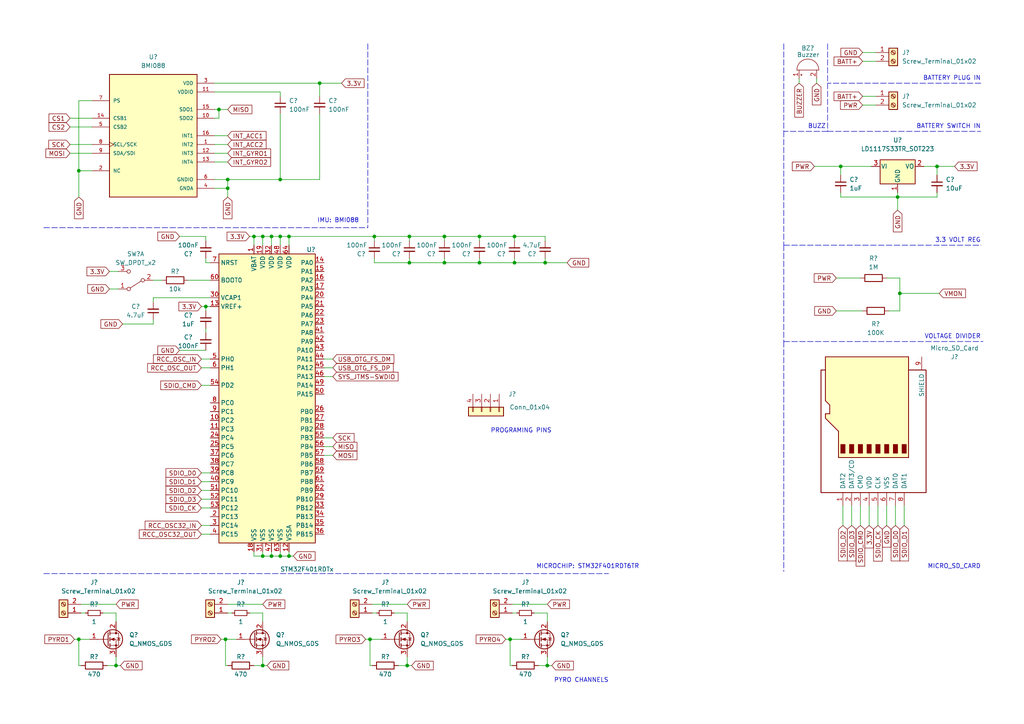
<source format=kicad_sch>
(kicad_sch (version 20211123) (generator eeschema)
  (paper "A4")
  (lib_symbols
    (symbol "BMI088:BMI088" (pin_names (offset 1.016))
      (property "Reference" "U" (at -12.7 18.415 0))
      (property "Value" "BMI088" (at -12.7 -20.32 0))
      (symbol "BMI088_0_0"
        (rectangle (start -12.7 -17.78) (end 12.7 17.78) (stroke (width 0.254)) (fill (type background)))
        (pin bidirectional line (at 17.78 -2.54 180) (length 5.08) (name "INT2") (number "1"))
        (pin output line (at 17.78 5.08 180) (length 5.08) (name "SDO2") (number "10"))
        (pin power_in line (at 17.78 12.7 180) (length 5.08) (name "VDDIO") (number "11"))
        (pin bidirectional line (at 17.78 -5.08 180) (length 5.08) (name "INT3") (number "12"))
        (pin bidirectional line (at 17.78 -7.62 180) (length 5.08) (name "INT4") (number "13"))
        (pin input line (at -17.78 5.08 0) (length 5.08) (name "CSB1") (number "14"))
        (pin output line (at 17.78 7.62 180) (length 5.08) (name "SDO1") (number "15"))
        (pin bidirectional line (at 17.78 0 180) (length 5.08) (name "INT1") (number "16"))
        (pin passive line (at -17.78 -10.16 0) (length 5.08) (name "NC") (number "2"))
        (pin power_in line (at 17.78 15.24 180) (length 5.08) (name "VDD") (number "3"))
        (pin power_in line (at 17.78 -15.24 180) (length 5.08) (name "GNDA") (number "4"))
        (pin input line (at -17.78 2.54 0) (length 5.08) (name "CSB2") (number "5"))
        (pin power_in line (at 17.78 -12.7 180) (length 5.08) (name "GNDIO") (number "6"))
        (pin input line (at -17.78 10.16 0) (length 5.08) (name "PS") (number "7"))
        (pin input clock (at -17.78 -2.54 0) (length 5.08) (name "SCL/SCK") (number "8"))
        (pin bidirectional line (at -17.78 -5.08 0) (length 5.08) (name "SDA/SDI") (number "9"))
      )
    )
    (symbol "Connector:Micro_SD_Card" (pin_names (offset 1.016))
      (property "Reference" "J" (at -16.51 15.24 0))
      (property "Value" "Micro_SD_Card" (at 16.51 15.24 0))
      (symbol "Micro_SD_Card_0_1"
        (rectangle (start -7.62 -9.525) (end -5.08 -10.795) (fill (type outline)))
        (rectangle (start -7.62 -6.985) (end -5.08 -8.255) (fill (type outline)))
        (rectangle (start -7.62 -4.445) (end -5.08 -5.715) (fill (type outline)))
        (rectangle (start -7.62 -1.905) (end -5.08 -3.175) (fill (type outline)))
        (rectangle (start -7.62 0.635) (end -5.08 -0.635) (fill (type outline)))
        (rectangle (start -7.62 3.175) (end -5.08 1.905) (fill (type outline)))
        (rectangle (start -7.62 5.715) (end -5.08 4.445) (fill (type outline)))
        (rectangle (start -7.62 8.255) (end -5.08 6.985) (fill (type outline)))
        (polyline (pts (xy 16.51 12.7) (xy 16.51 13.97) (xy -19.05 13.97) (xy -19.05 -16.51) (xy 16.51 -16.51) (xy 16.51 -11.43)) (stroke (width 0.254)))
        (polyline (pts (xy -8.89 -11.43) (xy -8.89 8.89) (xy -1.27 8.89) (xy 2.54 12.7) (xy 3.81 12.7) (xy 3.81 11.43) (xy 6.35 11.43) (xy 7.62 12.7) (xy 20.32 12.7) (xy 20.32 -11.43) (xy -8.89 -11.43)) (stroke (width 0.254)) (fill (type background)))
      )
      (symbol "Micro_SD_Card_1_1"
        (pin bidirectional line (at -22.86 7.62 0) (length 3.81) (name "DAT2") (number "1"))
        (pin bidirectional line (at -22.86 5.08 0) (length 3.81) (name "DAT3/CD") (number "2"))
        (pin input line (at -22.86 2.54 0) (length 3.81) (name "CMD") (number "3"))
        (pin power_in line (at -22.86 0 0) (length 3.81) (name "VDD") (number "4"))
        (pin input line (at -22.86 -2.54 0) (length 3.81) (name "CLK") (number "5"))
        (pin power_in line (at -22.86 -5.08 0) (length 3.81) (name "VSS") (number "6"))
        (pin bidirectional line (at -22.86 -7.62 0) (length 3.81) (name "DAT0") (number "7"))
        (pin bidirectional line (at -22.86 -10.16 0) (length 3.81) (name "DAT1") (number "8"))
        (pin passive line (at 20.32 -15.24 180) (length 3.81) (name "SHIELD") (number "9"))
      )
    )
    (symbol "Connector:Screw_Terminal_01x02" (pin_names (offset 1.016) hide)
      (property "Reference" "J" (at 0 2.54 0))
      (property "Value" "Screw_Terminal_01x02" (at 0 -5.08 0))
      (symbol "Screw_Terminal_01x02_1_1"
        (rectangle (start -1.27 1.27) (end 1.27 -3.81) (stroke (width 0.254)) (fill (type background)))
        (circle (center 0 -2.54) (radius 0.635) (stroke (width 0.1524)))
        (polyline (pts (xy -0.5334 -2.2098) (xy 0.3302 -3.048)) (stroke (width 0.1524)))
        (polyline (pts (xy -0.5334 0.3302) (xy 0.3302 -0.508)) (stroke (width 0.1524)))
        (polyline (pts (xy -0.3556 -2.032) (xy 0.508 -2.8702)) (stroke (width 0.1524)))
        (polyline (pts (xy -0.3556 0.508) (xy 0.508 -0.3302)) (stroke (width 0.1524)))
        (circle (center 0 0) (radius 0.635) (stroke (width 0.1524)))
        (pin passive line (at -5.08 0 0) (length 3.81) (name "Pin_1") (number "1"))
        (pin passive line (at -5.08 -2.54 0) (length 3.81) (name "Pin_2") (number "2"))
      )
    )
    (symbol "Connector_Generic:Conn_01x04" (pin_names (offset 1.016) hide)
      (property "Reference" "J" (at 0 5.08 0))
      (property "Value" "Conn_01x04" (at 0 -7.62 0))
      (symbol "Conn_01x04_1_1"
        (rectangle (start -1.27 -4.953) (end 0 -5.207) (stroke (width 0.1524)))
        (rectangle (start -1.27 -2.413) (end 0 -2.667) (stroke (width 0.1524)))
        (rectangle (start -1.27 0.127) (end 0 -0.127) (stroke (width 0.1524)))
        (rectangle (start -1.27 2.667) (end 0 2.413) (stroke (width 0.1524)))
        (rectangle (start -1.27 3.81) (end 1.27 -6.35) (stroke (width 0.254)) (fill (type background)))
        (pin passive line (at -5.08 2.54 0) (length 3.81) (name "Pin_1") (number "1"))
        (pin passive line (at -5.08 0 0) (length 3.81) (name "Pin_2") (number "2"))
        (pin passive line (at -5.08 -2.54 0) (length 3.81) (name "Pin_3") (number "3"))
        (pin passive line (at -5.08 -5.08 0) (length 3.81) (name "Pin_4") (number "4"))
      )
    )
    (symbol "Device:Buzzer" (pin_names (offset 0.0254) hide)
      (property "Reference" "BZ" (at 3.81 1.27 0))
      (property "Value" "Buzzer" (at 3.81 -1.27 0))
      (symbol "Buzzer_0_1"
        (arc (start 0 -3.175) (mid 3.175 0) (end 0 3.175))
        (polyline (pts (xy -1.651 1.905) (xy -1.143 1.905)))
        (polyline (pts (xy -1.397 2.159) (xy -1.397 1.651)))
        (polyline (pts (xy 0 3.175) (xy 0 -3.175)))
      )
      (symbol "Buzzer_1_1"
        (pin passive line (at -2.54 2.54 0) (length 2.54) (name "-") (number "1"))
        (pin passive line (at -2.54 -2.54 0) (length 2.54) (name "+") (number "2"))
      )
    )
    (symbol "Device:C_Small" (pin_numbers hide) (pin_names (offset 0.254) hide)
      (property "Reference" "C" (at 0.254 1.778 0))
      (property "Value" "C_Small" (at 0.254 -2.032 0))
      (symbol "C_Small_0_1"
        (polyline (pts (xy -1.524 -0.508) (xy 1.524 -0.508)) (stroke (width 0.3302)))
        (polyline (pts (xy -1.524 0.508) (xy 1.524 0.508)) (stroke (width 0.3048)))
      )
      (symbol "C_Small_1_1"
        (pin passive line (at 0 2.54 270) (length 2.032) (name "~") (number "1"))
        (pin passive line (at 0 -2.54 90) (length 2.032) (name "~") (number "2"))
      )
    )
    (symbol "Device:Q_NMOS_GDS" (pin_names (offset 0) hide)
      (property "Reference" "Q" (at 5.08 1.27 0))
      (property "Value" "Q_NMOS_GDS" (at 5.08 -1.27 0))
      (symbol "Q_NMOS_GDS_0_1"
        (polyline (pts (xy 0.254 0) (xy -2.54 0)))
        (polyline (pts (xy 0.254 1.905) (xy 0.254 -1.905)) (stroke (width 0.254)))
        (polyline (pts (xy 0.762 -1.27) (xy 0.762 -2.286)) (stroke (width 0.254)))
        (polyline (pts (xy 0.762 0.508) (xy 0.762 -0.508)) (stroke (width 0.254)))
        (polyline (pts (xy 0.762 2.286) (xy 0.762 1.27)) (stroke (width 0.254)))
        (polyline (pts (xy 2.54 2.54) (xy 2.54 1.778)))
        (polyline (pts (xy 2.54 -2.54) (xy 2.54 0) (xy 0.762 0)))
        (polyline (pts (xy 0.762 -1.778) (xy 3.302 -1.778) (xy 3.302 1.778) (xy 0.762 1.778)))
        (polyline (pts (xy 1.016 0) (xy 2.032 0.381) (xy 2.032 -0.381) (xy 1.016 0)) (fill (type outline)))
        (polyline (pts (xy 2.794 0.508) (xy 2.921 0.381) (xy 3.683 0.381) (xy 3.81 0.254)))
        (polyline (pts (xy 3.302 0.381) (xy 2.921 -0.254) (xy 3.683 -0.254) (xy 3.302 0.381)))
        (circle (center 1.651 0) (radius 2.794) (stroke (width 0.254)))
        (circle (center 2.54 -1.778) (radius 0.254) (fill (type outline)))
        (circle (center 2.54 1.778) (radius 0.254) (fill (type outline)))
      )
      (symbol "Q_NMOS_GDS_1_1"
        (pin input line (at -5.08 0 0) (length 2.54) (name "G") (number "1"))
        (pin passive line (at 2.54 5.08 270) (length 2.54) (name "D") (number "2"))
        (pin passive line (at 2.54 -5.08 90) (length 2.54) (name "S") (number "3"))
      )
    )
    (symbol "Device:R" (pin_numbers hide) (pin_names (offset 0))
      (property "Reference" "R" (at 2.032 0 90))
      (property "Value" "R" (at 0 0 90))
      (symbol "R_0_1"
        (rectangle (start -1.016 -2.54) (end 1.016 2.54) (stroke (width 0.254)))
      )
      (symbol "R_1_1"
        (pin passive line (at 0 3.81 270) (length 1.27) (name "~") (number "1"))
        (pin passive line (at 0 -3.81 90) (length 1.27) (name "~") (number "2"))
      )
    )
    (symbol "Device:R_Small" (pin_numbers hide) (pin_names (offset 0.254) hide)
      (property "Reference" "R" (at 0.762 0.508 0))
      (property "Value" "R_Small" (at 0.762 -1.016 0))
      (symbol "R_Small_0_1"
        (rectangle (start -0.762 1.778) (end 0.762 -1.778) (stroke (width 0.2032)))
      )
      (symbol "R_Small_1_1"
        (pin passive line (at 0 2.54 270) (length 0.762) (name "~") (number "1"))
        (pin passive line (at 0 -2.54 90) (length 0.762) (name "~") (number "2"))
      )
    )
    (symbol "MCU_ST_STM32F4:STM32F401RDTx"
      (property "Reference" "U" (at -15.24 41.91 0))
      (property "Value" "STM32F401RDTx" (at 7.62 41.91 0))
      (symbol "STM32F401RDTx_0_1"
        (rectangle (start -15.24 -43.18) (end 12.7 40.64) (stroke (width 0.254)) (fill (type background)))
      )
      (symbol "STM32F401RDTx_1_1"
        (pin power_in line (at -5.08 43.18 270) (length 2.54) (name "VBAT") (number "1"))
        (pin bidirectional line (at -17.78 -7.62 0) (length 2.54) (name "PC2") (number "10"))
        (pin bidirectional line (at -17.78 -10.16 0) (length 2.54) (name "PC3") (number "11"))
        (pin power_in line (at 5.08 -45.72 90) (length 2.54) (name "VSSA") (number "12"))
        (pin power_in line (at -17.78 25.4 0) (length 2.54) (name "VREF+") (number "13"))
        (pin bidirectional line (at 15.24 38.1 180) (length 2.54) (name "PA0") (number "14"))
        (pin bidirectional line (at 15.24 35.56 180) (length 2.54) (name "PA1") (number "15"))
        (pin bidirectional line (at 15.24 33.02 180) (length 2.54) (name "PA2") (number "16"))
        (pin bidirectional line (at 15.24 30.48 180) (length 2.54) (name "PA3") (number "17"))
        (pin power_in line (at -5.08 -45.72 90) (length 2.54) (name "VSS") (number "18"))
        (pin power_in line (at -2.54 43.18 270) (length 2.54) (name "VDD") (number "19"))
        (pin bidirectional line (at -17.78 -35.56 0) (length 2.54) (name "PC13") (number "2"))
        (pin bidirectional line (at 15.24 27.94 180) (length 2.54) (name "PA4") (number "20"))
        (pin bidirectional line (at 15.24 25.4 180) (length 2.54) (name "PA5") (number "21"))
        (pin bidirectional line (at 15.24 22.86 180) (length 2.54) (name "PA6") (number "22"))
        (pin bidirectional line (at 15.24 20.32 180) (length 2.54) (name "PA7") (number "23"))
        (pin bidirectional line (at -17.78 -12.7 0) (length 2.54) (name "PC4") (number "24"))
        (pin bidirectional line (at -17.78 -15.24 0) (length 2.54) (name "PC5") (number "25"))
        (pin bidirectional line (at 15.24 -5.08 180) (length 2.54) (name "PB0") (number "26"))
        (pin bidirectional line (at 15.24 -7.62 180) (length 2.54) (name "PB1") (number "27"))
        (pin bidirectional line (at 15.24 -10.16 180) (length 2.54) (name "PB2") (number "28"))
        (pin bidirectional line (at 15.24 -30.48 180) (length 2.54) (name "PB10") (number "29"))
        (pin bidirectional line (at -17.78 -38.1 0) (length 2.54) (name "PC14") (number "3"))
        (pin power_in line (at -17.78 27.94 0) (length 2.54) (name "VCAP1") (number "30"))
        (pin power_in line (at -2.54 -45.72 90) (length 2.54) (name "VSS") (number "31"))
        (pin power_in line (at 0 43.18 270) (length 2.54) (name "VDD") (number "32"))
        (pin bidirectional line (at 15.24 -33.02 180) (length 2.54) (name "PB12") (number "33"))
        (pin bidirectional line (at 15.24 -35.56 180) (length 2.54) (name "PB13") (number "34"))
        (pin bidirectional line (at 15.24 -38.1 180) (length 2.54) (name "PB14") (number "35"))
        (pin bidirectional line (at 15.24 -40.64 180) (length 2.54) (name "PB15") (number "36"))
        (pin bidirectional line (at -17.78 -17.78 0) (length 2.54) (name "PC6") (number "37"))
        (pin bidirectional line (at -17.78 -20.32 0) (length 2.54) (name "PC7") (number "38"))
        (pin bidirectional line (at -17.78 -22.86 0) (length 2.54) (name "PC8") (number "39"))
        (pin bidirectional line (at -17.78 -40.64 0) (length 2.54) (name "PC15") (number "4"))
        (pin bidirectional line (at -17.78 -25.4 0) (length 2.54) (name "PC9") (number "40"))
        (pin bidirectional line (at 15.24 17.78 180) (length 2.54) (name "PA8") (number "41"))
        (pin bidirectional line (at 15.24 15.24 180) (length 2.54) (name "PA9") (number "42"))
        (pin bidirectional line (at 15.24 12.7 180) (length 2.54) (name "PA10") (number "43"))
        (pin bidirectional line (at 15.24 10.16 180) (length 2.54) (name "PA11") (number "44"))
        (pin bidirectional line (at 15.24 7.62 180) (length 2.54) (name "PA12") (number "45"))
        (pin bidirectional line (at 15.24 5.08 180) (length 2.54) (name "PA13") (number "46"))
        (pin power_in line (at 0 -45.72 90) (length 2.54) (name "VSS") (number "47"))
        (pin power_in line (at 2.54 43.18 270) (length 2.54) (name "VDD") (number "48"))
        (pin bidirectional line (at 15.24 2.54 180) (length 2.54) (name "PA14") (number "49"))
        (pin input line (at -17.78 10.16 0) (length 2.54) (name "PH0") (number "5"))
        (pin bidirectional line (at 15.24 0 180) (length 2.54) (name "PA15") (number "50"))
        (pin bidirectional line (at -17.78 -27.94 0) (length 2.54) (name "PC10") (number "51"))
        (pin bidirectional line (at -17.78 -30.48 0) (length 2.54) (name "PC11") (number "52"))
        (pin bidirectional line (at -17.78 -33.02 0) (length 2.54) (name "PC12") (number "53"))
        (pin bidirectional line (at -17.78 2.54 0) (length 2.54) (name "PD2") (number "54"))
        (pin bidirectional line (at 15.24 -12.7 180) (length 2.54) (name "PB3") (number "55"))
        (pin bidirectional line (at 15.24 -15.24 180) (length 2.54) (name "PB4") (number "56"))
        (pin bidirectional line (at 15.24 -17.78 180) (length 2.54) (name "PB5") (number "57"))
        (pin bidirectional line (at 15.24 -20.32 180) (length 2.54) (name "PB6") (number "58"))
        (pin bidirectional line (at 15.24 -22.86 180) (length 2.54) (name "PB7") (number "59"))
        (pin input line (at -17.78 7.62 0) (length 2.54) (name "PH1") (number "6"))
        (pin input line (at -17.78 33.02 0) (length 2.54) (name "BOOT0") (number "60"))
        (pin bidirectional line (at 15.24 -25.4 180) (length 2.54) (name "PB8") (number "61"))
        (pin bidirectional line (at 15.24 -27.94 180) (length 2.54) (name "PB9") (number "62"))
        (pin power_in line (at 2.54 -45.72 90) (length 2.54) (name "VSS") (number "63"))
        (pin power_in line (at 5.08 43.18 270) (length 2.54) (name "VDD") (number "64"))
        (pin input line (at -17.78 38.1 0) (length 2.54) (name "NRST") (number "7"))
        (pin bidirectional line (at -17.78 -2.54 0) (length 2.54) (name "PC0") (number "8"))
        (pin bidirectional line (at -17.78 -5.08 0) (length 2.54) (name "PC1") (number "9"))
      )
    )
    (symbol "Regulator_Linear:LD1117S33TR_SOT223" (pin_names (offset 0.254))
      (property "Reference" "U" (at -3.81 3.175 0))
      (property "Value" "LD1117S33TR_SOT223" (at 0 3.175 0))
      (symbol "LD1117S33TR_SOT223_0_1"
        (rectangle (start -5.08 -5.08) (end 5.08 1.905) (stroke (width 0.254)) (fill (type background)))
      )
      (symbol "LD1117S33TR_SOT223_1_1"
        (pin power_in line (at 0 -7.62 90) (length 2.54) (name "GND") (number "1"))
        (pin power_out line (at 7.62 0 180) (length 2.54) (name "VO") (number "2"))
        (pin power_in line (at -7.62 0 0) (length 2.54) (name "VI") (number "3"))
      )
    )
    (symbol "Switch:SW_DPDT_x2" (pin_names (offset 0) hide)
      (property "Reference" "SW" (at 0 4.318 0))
      (property "Value" "SW_DPDT_x2" (at 0 -5.08 0))
      (symbol "SW_DPDT_x2_0_0"
        (circle (center -2.032 0) (radius 0.508))
        (circle (center 2.032 -2.54) (radius 0.508))
      )
      (symbol "SW_DPDT_x2_0_1"
        (polyline (pts (xy -1.524 0.254) (xy 1.651 2.286)))
        (circle (center 2.032 2.54) (radius 0.508))
      )
      (symbol "SW_DPDT_x2_1_1"
        (pin passive line (at 5.08 2.54 180) (length 2.54) (name "A") (number "1"))
        (pin passive line (at -5.08 0 0) (length 2.54) (name "B") (number "2"))
        (pin passive line (at 5.08 -2.54 180) (length 2.54) (name "C") (number "3"))
      )
      (symbol "SW_DPDT_x2_2_1"
        (pin passive line (at 5.08 2.54 180) (length 2.54) (name "A") (number "4"))
        (pin passive line (at -5.08 0 0) (length 2.54) (name "B") (number "5"))
        (pin passive line (at 5.08 -2.54 180) (length 2.54) (name "C") (number "6"))
      )
    )
  )
  (junction (at 128.905 68.58))
  (junction (at 92.71 24.13))
  (junction (at 271.78 48.26))
  (junction (at 59.69 88.9))
  (junction (at 66.04 54.61))
  (junction (at 139.065 76.2))
  (junction (at 73.66 68.58))
  (junction (at 22.86 49.53))
  (junction (at 83.82 68.58))
  (junction (at 81.28 161.29))
  (junction (at 147.955 185.42))
  (junction (at 158.115 76.2))
  (junction (at 76.2 193.04))
  (junction (at 76.2 68.58))
  (junction (at 76.2 161.29))
  (junction (at 260.985 85.09))
  (junction (at 78.74 68.58))
  (junction (at 83.82 161.29))
  (junction (at 81.28 52.07))
  (junction (at 158.75 193.04))
  (junction (at 33.655 193.04))
  (junction (at 118.745 68.58))
  (junction (at 108.585 68.58))
  (junction (at 65.405 185.42))
  (junction (at 149.225 76.2))
  (junction (at 118.745 76.2))
  (junction (at 149.225 68.58))
  (junction (at 128.905 76.2))
  (junction (at 260.35 57.15))
  (junction (at 139.065 68.58))
  (junction (at 243.84 48.26))
  (junction (at 107.315 185.42))
  (junction (at 63.5 31.75))
  (junction (at 78.74 161.29))
  (junction (at 22.86 185.42))
  (junction (at 118.11 193.04))
  (junction (at 66.04 52.07))
  (junction (at 81.28 68.58))
  (wire (pts (xy 128.905 74.93) (xy 128.905 76.2)))
  (wire (pts (xy 66.04 177.8) (xy 67.31 177.8)))
  (wire (pts (xy 148.59 175.26) (xy 158.75 175.26)))
  (wire (pts (xy 148.59 177.8) (xy 149.86 177.8)))
  (wire (pts (xy 118.11 177.8) (xy 118.11 180.34)))
  (wire (pts (xy 44.45 92.71) (xy 44.45 93.98)))
  (wire (pts (xy 107.315 185.42) (xy 107.315 193.04)))
  (wire (pts (xy 58.42 152.4) (xy 60.96 152.4)))
  (wire (pts (xy 60.96 86.36) (xy 44.45 86.36)))
  (wire (pts (xy 236.22 48.26) (xy 243.84 48.26)))
  (polyline (pts (xy 12.7 66.04) (xy 106.68 66.04)))
  (wire (pts (xy 63.5 31.75) (xy 66.04 31.75)))
  (wire (pts (xy 81.28 68.58) (xy 78.74 68.58)))
  (wire (pts (xy 23.495 193.04) (xy 22.86 193.04)))
  (wire (pts (xy 107.315 185.42) (xy 110.49 185.42)))
  (wire (pts (xy 118.11 190.5) (xy 118.11 193.04)))
  (polyline (pts (xy 284.48 24.13) (xy 240.03 24.13)))
  (wire (pts (xy 115.57 193.04) (xy 118.11 193.04)))
  (wire (pts (xy 81.28 33.02) (xy 81.28 52.07)))
  (wire (pts (xy 260.985 80.645) (xy 260.985 85.09)))
  (wire (pts (xy 128.905 68.58) (xy 139.065 68.58)))
  (wire (pts (xy 158.115 76.2) (xy 164.465 76.2)))
  (wire (pts (xy 93.98 109.22) (xy 96.52 109.22)))
  (wire (pts (xy 243.84 57.15) (xy 260.35 57.15)))
  (wire (pts (xy 108.585 74.93) (xy 108.585 76.2)))
  (wire (pts (xy 62.23 34.29) (xy 63.5 34.29)))
  (wire (pts (xy 59.69 76.2) (xy 60.96 76.2)))
  (wire (pts (xy 262.255 152.4) (xy 262.255 146.685)))
  (wire (pts (xy 23.495 175.26) (xy 33.655 175.26)))
  (wire (pts (xy 62.23 31.75) (xy 63.5 31.75)))
  (wire (pts (xy 65.405 185.42) (xy 65.405 193.04)))
  (wire (pts (xy 59.69 90.17) (xy 59.69 88.9)))
  (wire (pts (xy 20.32 34.29) (xy 26.67 34.29)))
  (wire (pts (xy 231.775 22.86) (xy 231.775 24.13)))
  (wire (pts (xy 66.04 175.26) (xy 76.2 175.26)))
  (wire (pts (xy 26.67 49.53) (xy 22.86 49.53)))
  (wire (pts (xy 108.585 68.58) (xy 118.745 68.58)))
  (wire (pts (xy 128.905 68.58) (xy 128.905 69.85)))
  (wire (pts (xy 66.04 52.07) (xy 66.04 54.61)))
  (wire (pts (xy 139.065 68.58) (xy 139.065 69.85)))
  (wire (pts (xy 259.715 152.4) (xy 259.715 146.685)))
  (wire (pts (xy 244.475 152.4) (xy 244.475 146.685)))
  (wire (pts (xy 33.655 193.04) (xy 34.925 193.04)))
  (wire (pts (xy 62.23 46.99) (xy 66.04 46.99)))
  (wire (pts (xy 247.015 152.4) (xy 247.015 146.685)))
  (wire (pts (xy 158.75 193.04) (xy 160.02 193.04)))
  (wire (pts (xy 64.135 185.42) (xy 65.405 185.42)))
  (wire (pts (xy 93.98 132.08) (xy 96.52 132.08)))
  (polyline (pts (xy 227.33 38.1) (xy 227.33 71.12)))
  (wire (pts (xy 242.57 90.17) (xy 250.19 90.17)))
  (wire (pts (xy 62.23 54.61) (xy 66.04 54.61)))
  (wire (pts (xy 65.405 185.42) (xy 68.58 185.42)))
  (polyline (pts (xy 240.03 38.1) (xy 284.48 38.1)))
  (wire (pts (xy 107.95 193.04) (xy 107.315 193.04)))
  (polyline (pts (xy 227.33 99.06) (xy 285.115 99.06)))
  (wire (pts (xy 76.2 160.02) (xy 76.2 161.29)))
  (wire (pts (xy 78.74 71.12) (xy 78.74 68.58)))
  (wire (pts (xy 58.42 104.14) (xy 60.96 104.14)))
  (wire (pts (xy 66.04 54.61) (xy 66.04 57.15)))
  (wire (pts (xy 81.28 161.29) (xy 83.82 161.29)))
  (wire (pts (xy 21.59 185.42) (xy 22.86 185.42)))
  (wire (pts (xy 158.115 69.85) (xy 158.115 68.58)))
  (polyline (pts (xy 227.33 71.12) (xy 284.48 71.12)))
  (wire (pts (xy 76.2 190.5) (xy 76.2 193.04)))
  (wire (pts (xy 93.98 127) (xy 96.52 127)))
  (wire (pts (xy 22.86 185.42) (xy 22.86 193.04)))
  (wire (pts (xy 260.985 90.17) (xy 260.985 85.09)))
  (wire (pts (xy 118.745 76.2) (xy 128.905 76.2)))
  (wire (pts (xy 31.75 83.82) (xy 34.29 83.82)))
  (wire (pts (xy 58.42 154.94) (xy 60.96 154.94)))
  (wire (pts (xy 23.495 177.8) (xy 24.765 177.8)))
  (wire (pts (xy 242.57 80.645) (xy 249.555 80.645)))
  (wire (pts (xy 73.66 161.29) (xy 76.2 161.29)))
  (wire (pts (xy 58.42 106.68) (xy 60.96 106.68)))
  (wire (pts (xy 20.32 44.45) (xy 26.67 44.45)))
  (wire (pts (xy 20.32 36.83) (xy 26.67 36.83)))
  (wire (pts (xy 31.75 78.74) (xy 34.29 78.74)))
  (wire (pts (xy 118.745 74.93) (xy 118.745 76.2)))
  (wire (pts (xy 59.69 88.9) (xy 60.96 88.9)))
  (wire (pts (xy 250.19 27.94) (xy 254 27.94)))
  (wire (pts (xy 76.2 161.29) (xy 78.74 161.29)))
  (wire (pts (xy 52.07 101.6) (xy 59.69 101.6)))
  (wire (pts (xy 139.065 74.93) (xy 139.065 76.2)))
  (wire (pts (xy 271.78 48.26) (xy 271.78 50.8)))
  (wire (pts (xy 92.71 52.07) (xy 92.71 33.02)))
  (wire (pts (xy 31.115 193.04) (xy 33.655 193.04)))
  (wire (pts (xy 62.23 24.13) (xy 92.71 24.13)))
  (wire (pts (xy 29.845 177.8) (xy 33.655 177.8)))
  (wire (pts (xy 83.82 71.12) (xy 83.82 68.58)))
  (wire (pts (xy 107.95 175.26) (xy 118.11 175.26)))
  (polyline (pts (xy 240.03 38.1) (xy 227.33 38.1)))
  (wire (pts (xy 93.98 106.68) (xy 96.52 106.68)))
  (wire (pts (xy 236.855 22.86) (xy 236.855 24.13)))
  (wire (pts (xy 243.84 48.26) (xy 243.84 50.8)))
  (wire (pts (xy 78.74 160.02) (xy 78.74 161.29)))
  (wire (pts (xy 139.065 76.2) (xy 149.225 76.2)))
  (wire (pts (xy 66.04 193.04) (xy 65.405 193.04)))
  (wire (pts (xy 148.59 193.04) (xy 147.955 193.04)))
  (wire (pts (xy 22.86 29.21) (xy 22.86 49.53)))
  (wire (pts (xy 62.23 52.07) (xy 66.04 52.07)))
  (wire (pts (xy 58.42 137.16) (xy 60.96 137.16)))
  (wire (pts (xy 271.78 48.26) (xy 276.86 48.26)))
  (wire (pts (xy 62.23 26.67) (xy 81.28 26.67)))
  (wire (pts (xy 22.86 49.53) (xy 22.86 57.15)))
  (polyline (pts (xy 106.68 166.37) (xy 176.53 166.37)))
  (wire (pts (xy 149.225 69.85) (xy 149.225 68.58)))
  (wire (pts (xy 149.225 76.2) (xy 158.115 76.2)))
  (wire (pts (xy 52.07 68.58) (xy 59.69 68.58)))
  (wire (pts (xy 158.75 177.8) (xy 158.75 180.34)))
  (wire (pts (xy 158.75 190.5) (xy 158.75 193.04)))
  (wire (pts (xy 76.2 177.8) (xy 76.2 180.34)))
  (wire (pts (xy 158.115 68.58) (xy 149.225 68.58)))
  (wire (pts (xy 271.78 55.88) (xy 271.78 57.15)))
  (wire (pts (xy 81.28 160.02) (xy 81.28 161.29)))
  (wire (pts (xy 118.745 68.58) (xy 128.905 68.58)))
  (polyline (pts (xy 227.33 71.12) (xy 227.33 99.06)))
  (wire (pts (xy 147.955 185.42) (xy 147.955 193.04)))
  (wire (pts (xy 76.2 71.12) (xy 76.2 68.58)))
  (wire (pts (xy 76.2 68.58) (xy 73.66 68.58)))
  (wire (pts (xy 58.42 147.32) (xy 60.96 147.32)))
  (wire (pts (xy 243.84 48.26) (xy 252.73 48.26)))
  (wire (pts (xy 73.66 68.58) (xy 73.66 71.12)))
  (wire (pts (xy 83.82 161.29) (xy 85.09 161.29)))
  (wire (pts (xy 250.19 30.48) (xy 254 30.48)))
  (wire (pts (xy 81.28 52.07) (xy 92.71 52.07)))
  (wire (pts (xy 108.585 68.58) (xy 108.585 69.85)))
  (wire (pts (xy 63.5 34.29) (xy 63.5 31.75)))
  (wire (pts (xy 260.35 57.15) (xy 271.78 57.15)))
  (wire (pts (xy 252.095 152.4) (xy 252.095 146.685)))
  (wire (pts (xy 250.19 15.24) (xy 254 15.24)))
  (wire (pts (xy 158.115 74.93) (xy 158.115 76.2)))
  (wire (pts (xy 59.69 96.52) (xy 59.69 95.25)))
  (wire (pts (xy 260.35 57.15) (xy 260.35 60.96)))
  (wire (pts (xy 59.69 68.58) (xy 59.69 69.85)))
  (wire (pts (xy 20.32 41.91) (xy 26.67 41.91)))
  (wire (pts (xy 267.97 48.26) (xy 271.78 48.26)))
  (wire (pts (xy 254.635 152.4) (xy 254.635 146.685)))
  (wire (pts (xy 78.74 161.29) (xy 81.28 161.29)))
  (wire (pts (xy 76.2 193.04) (xy 77.47 193.04)))
  (wire (pts (xy 147.955 185.42) (xy 151.13 185.42)))
  (wire (pts (xy 257.175 80.645) (xy 260.985 80.645)))
  (wire (pts (xy 139.065 68.58) (xy 149.225 68.58)))
  (wire (pts (xy 81.28 71.12) (xy 81.28 68.58)))
  (wire (pts (xy 154.94 177.8) (xy 158.75 177.8)))
  (wire (pts (xy 72.39 68.58) (xy 73.66 68.58)))
  (wire (pts (xy 249.555 152.4) (xy 249.555 146.685)))
  (polyline (pts (xy 12.7 166.37) (xy 106.68 166.37)))
  (wire (pts (xy 26.67 29.21) (xy 22.86 29.21)))
  (wire (pts (xy 92.71 24.13) (xy 92.71 27.94)))
  (wire (pts (xy 108.585 76.2) (xy 118.745 76.2)))
  (wire (pts (xy 59.69 74.93) (xy 59.69 76.2)))
  (wire (pts (xy 73.66 193.04) (xy 76.2 193.04)))
  (wire (pts (xy 114.3 177.8) (xy 118.11 177.8)))
  (wire (pts (xy 250.19 17.78) (xy 254 17.78)))
  (wire (pts (xy 54.61 81.28) (xy 60.96 81.28)))
  (polyline (pts (xy 227.33 12.7) (xy 227.33 38.1)))
  (wire (pts (xy 106.045 185.42) (xy 107.315 185.42)))
  (wire (pts (xy 62.23 44.45) (xy 66.04 44.45)))
  (wire (pts (xy 35.56 93.98) (xy 44.45 93.98)))
  (wire (pts (xy 33.655 190.5) (xy 33.655 193.04)))
  (wire (pts (xy 93.98 129.54) (xy 96.52 129.54)))
  (wire (pts (xy 118.11 193.04) (xy 119.38 193.04)))
  (wire (pts (xy 33.655 177.8) (xy 33.655 180.34)))
  (wire (pts (xy 107.95 177.8) (xy 109.22 177.8)))
  (polyline (pts (xy 106.68 12.7) (xy 106.68 66.04)))
  (wire (pts (xy 81.28 27.94) (xy 81.28 26.67)))
  (wire (pts (xy 22.86 185.42) (xy 26.035 185.42)))
  (wire (pts (xy 83.82 68.58) (xy 81.28 68.58)))
  (wire (pts (xy 146.685 185.42) (xy 147.955 185.42)))
  (wire (pts (xy 66.04 52.07) (xy 81.28 52.07)))
  (wire (pts (xy 78.74 68.58) (xy 76.2 68.58)))
  (wire (pts (xy 93.98 104.14) (xy 96.52 104.14)))
  (wire (pts (xy 62.23 41.91) (xy 66.04 41.91)))
  (wire (pts (xy 72.39 177.8) (xy 76.2 177.8)))
  (wire (pts (xy 58.42 142.24) (xy 60.96 142.24)))
  (wire (pts (xy 257.175 152.4) (xy 257.175 146.685)))
  (wire (pts (xy 62.23 39.37) (xy 66.04 39.37)))
  (polyline (pts (xy 240.03 12.7) (xy 240.03 38.1)))
  (wire (pts (xy 260.35 55.88) (xy 260.35 57.15)))
  (wire (pts (xy 128.905 76.2) (xy 139.065 76.2)))
  (wire (pts (xy 58.42 139.7) (xy 60.96 139.7)))
  (wire (pts (xy 260.985 85.09) (xy 272.415 85.09)))
  (wire (pts (xy 118.745 68.58) (xy 118.745 69.85)))
  (wire (pts (xy 83.82 160.02) (xy 83.82 161.29)))
  (wire (pts (xy 92.71 24.13) (xy 99.06 24.13)))
  (wire (pts (xy 44.45 81.28) (xy 46.99 81.28)))
  (wire (pts (xy 58.42 88.9) (xy 59.69 88.9)))
  (wire (pts (xy 83.82 68.58) (xy 108.585 68.58)))
  (polyline (pts (xy 227.33 99.06) (xy 227.33 165.735)))
  (wire (pts (xy 149.225 74.93) (xy 149.225 76.2)))
  (wire (pts (xy 58.42 111.76) (xy 60.96 111.76)))
  (wire (pts (xy 156.21 193.04) (xy 158.75 193.04)))
  (wire (pts (xy 73.66 160.02) (xy 73.66 161.29)))
  (wire (pts (xy 243.84 55.88) (xy 243.84 57.15)))
  (wire (pts (xy 58.42 144.78) (xy 60.96 144.78)))
  (wire (pts (xy 257.81 90.17) (xy 260.985 90.17)))
  (wire (pts (xy 44.45 86.36) (xy 44.45 87.63)))
  (text "IMU: BMI088" (at 104.14 64.77 180) (effects (font (size 1.27 1.27)) (justify right bottom)))
  (text "3.3 VOLT REG" (at 284.48 70.485 180) (effects (font (size 1.27 1.27)) (justify right bottom)))
  (text "PROGRAMING PINS" (at 160.02 125.73 180) (effects (font (size 1.27 1.27)) (justify right bottom)))
  (text "MICRO_SD_CARD" (at 284.48 165.1 180) (effects (font (size 1.27 1.27)) (justify right bottom)))
  (text "MICROCHIP: STM32F401RDT6TR" (at 185.42 165.1 180) (effects (font (size 1.27 1.27)) (justify right bottom)))
  (text "VOLTAGE DIVIDER" (at 284.48 98.425 180) (effects (font (size 1.27 1.27)) (justify right bottom)))
  (text "BATTERY PLUG IN" (at 284.48 23.495 180) (effects (font (size 1.27 1.27)) (justify right bottom)))
  (text "BUZZ" (at 234.315 37.465 0) (effects (font (size 1.27 1.27)) (justify left bottom)))
  (text "PYRO CHANNELS" (at 176.53 198.12 180) (effects (font (size 1.27 1.27)) (justify right bottom)))
  (text "BATTERY SWITCH IN" (at 284.48 37.465 180) (effects (font (size 1.27 1.27)) (justify right bottom)))
  (global_label "INT_ACC1" (shape input) (at 66.04 39.37 0) (property "Intersheet References" "${INTERSHEET_REFS}" (effects hide)))
  (global_label "INT_GYRO1" (shape input) (at 66.04 44.45 0) (property "Intersheet References" "${INTERSHEET_REFS}" (effects hide)))
  (global_label "3.3V" (shape input) (at 252.095 152.4 270) (property "Intersheet References" "${INTERSHEET_REFS}" (effects hide)))
  (global_label "INT_GYRO2" (shape input) (at 66.04 46.99 0) (property "Intersheet References" "${INTERSHEET_REFS}" (effects hide)))
  (global_label "SDIO_D1" (shape input) (at 262.255 152.4 270) (property "Intersheet References" "${INTERSHEET_REFS}" (effects hide)))
  (global_label "GND" (shape input) (at 66.04 57.15 270) (property "Intersheet References" "${INTERSHEET_REFS}" (effects hide)))
  (global_label "PWR" (shape input) (at 76.2 175.26 0) (property "Intersheet References" "${INTERSHEET_REFS}" (effects hide)))
  (global_label "MOSI" (shape input) (at 96.52 132.08 0) (property "Intersheet References" "${INTERSHEET_REFS}" (effects hide)))
  (global_label "GND" (shape input) (at 242.57 90.17 180) (property "Intersheet References" "${INTERSHEET_REFS}" (effects hide)))
  (global_label "SDIO_D1" (shape input) (at 58.42 139.7 180) (property "Intersheet References" "${INTERSHEET_REFS}" (effects hide)))
  (global_label "CS1" (shape input) (at 20.32 34.29 180) (property "Intersheet References" "${INTERSHEET_REFS}" (effects hide)))
  (global_label "GND" (shape input) (at 119.38 193.04 0) (property "Intersheet References" "${INTERSHEET_REFS}" (effects hide)))
  (global_label "GND" (shape input) (at 164.465 76.2 0) (property "Intersheet References" "${INTERSHEET_REFS}" (effects hide)))
  (global_label "PYRO1" (shape input) (at 21.59 185.42 180) (property "Intersheet References" "${INTERSHEET_REFS}" (effects hide)))
  (global_label "GND" (shape input) (at 34.925 193.04 0) (property "Intersheet References" "${INTERSHEET_REFS}" (effects hide)))
  (global_label "USB_OTG_FS_DM" (shape input) (at 96.52 104.14 0) (property "Intersheet References" "${INTERSHEET_REFS}" (effects hide)))
  (global_label "SDIO_D2" (shape input) (at 244.475 152.4 270) (property "Intersheet References" "${INTERSHEET_REFS}" (effects hide)))
  (global_label "GND" (shape input) (at 257.175 152.4 270) (property "Intersheet References" "${INTERSHEET_REFS}" (effects hide)))
  (global_label "PWR" (shape input) (at 242.57 80.645 180) (property "Intersheet References" "${INTERSHEET_REFS}" (effects hide)))
  (global_label "GND" (shape input) (at 250.19 15.24 180) (property "Intersheet References" "${INTERSHEET_REFS}" (effects hide)))
  (global_label "RCC_OSC32_IN" (shape input) (at 58.42 152.4 180) (property "Intersheet References" "${INTERSHEET_REFS}" (effects hide)))
  (global_label "PWR" (shape input) (at 250.19 30.48 180) (property "Intersheet References" "${INTERSHEET_REFS}" (effects hide)))
  (global_label "GND" (shape input) (at 77.47 193.04 0) (property "Intersheet References" "${INTERSHEET_REFS}" (effects hide)))
  (global_label "SCK" (shape input) (at 96.52 127 0) (property "Intersheet References" "${INTERSHEET_REFS}" (effects hide)))
  (global_label "PWR" (shape input) (at 118.11 175.26 0) (property "Intersheet References" "${INTERSHEET_REFS}" (effects hide)))
  (global_label "BUZZER" (shape input) (at 231.775 24.13 270) (property "Intersheet References" "${INTERSHEET_REFS}" (effects hide)))
  (global_label "PWR" (shape input) (at 236.22 48.26 180) (property "Intersheet References" "${INTERSHEET_REFS}" (effects hide)))
  (global_label "SDIO_CMD" (shape input) (at 249.555 152.4 270) (property "Intersheet References" "${INTERSHEET_REFS}" (effects hide)))
  (global_label "PWR" (shape input) (at 158.75 175.26 0) (property "Intersheet References" "${INTERSHEET_REFS}" (effects hide)))
  (global_label "3.3V" (shape input) (at 31.75 78.74 180) (property "Intersheet References" "${INTERSHEET_REFS}" (effects hide)))
  (global_label "PWR" (shape input) (at 33.655 175.26 0) (property "Intersheet References" "${INTERSHEET_REFS}" (effects hide)))
  (global_label "3.3V" (shape input) (at 99.06 24.13 0) (property "Intersheet References" "${INTERSHEET_REFS}" (effects hide)))
  (global_label "SDIO_D2" (shape input) (at 58.42 142.24 180) (property "Intersheet References" "${INTERSHEET_REFS}" (effects hide)))
  (global_label "VMON" (shape input) (at 272.415 85.09 0) (property "Intersheet References" "${INTERSHEET_REFS}" (effects hide)))
  (global_label "USB_OTG_FS_DP" (shape input) (at 96.52 106.68 0) (property "Intersheet References" "${INTERSHEET_REFS}" (effects hide)))
  (global_label "MOSI" (shape input) (at 20.32 44.45 180) (property "Intersheet References" "${INTERSHEET_REFS}" (effects hide)))
  (global_label "SYS_JTMS-SWDIO" (shape input) (at 96.52 109.22 0) (property "Intersheet References" "${INTERSHEET_REFS}" (effects hide)))
  (global_label "3.3V" (shape input) (at 58.42 88.9 180) (property "Intersheet References" "${INTERSHEET_REFS}" (effects hide)))
  (global_label "SDIO_CK" (shape input) (at 58.42 147.32 180) (property "Intersheet References" "${INTERSHEET_REFS}" (effects hide)))
  (global_label "GND" (shape input) (at 35.56 93.98 180) (property "Intersheet References" "${INTERSHEET_REFS}" (effects hide)))
  (global_label "INT_ACC2" (shape input) (at 66.04 41.91 0) (property "Intersheet References" "${INTERSHEET_REFS}" (effects hide)))
  (global_label "GND" (shape input) (at 236.855 24.13 270) (property "Intersheet References" "${INTERSHEET_REFS}" (effects hide)))
  (global_label "GND" (shape input) (at 52.07 101.6 180) (property "Intersheet References" "${INTERSHEET_REFS}" (effects hide)))
  (global_label "GND" (shape input) (at 160.02 193.04 0) (property "Intersheet References" "${INTERSHEET_REFS}" (effects hide)))
  (global_label "3.3V" (shape input) (at 276.86 48.26 0) (property "Intersheet References" "${INTERSHEET_REFS}" (effects hide)))
  (global_label "SDIO_D0" (shape input) (at 58.42 137.16 180) (property "Intersheet References" "${INTERSHEET_REFS}" (effects hide)))
  (global_label "BATT+" (shape input) (at 250.19 27.94 180) (property "Intersheet References" "${INTERSHEET_REFS}" (effects hide)))
  (global_label "SDIO_D3" (shape input) (at 247.015 152.4 270) (property "Intersheet References" "${INTERSHEET_REFS}" (effects hide)))
  (global_label "SDIO_D0" (shape input) (at 259.715 152.4 270) (property "Intersheet References" "${INTERSHEET_REFS}" (effects hide)))
  (global_label "GND" (shape input) (at 31.75 83.82 180) (property "Intersheet References" "${INTERSHEET_REFS}" (effects hide)))
  (global_label "GND" (shape input) (at 85.09 161.29 0) (property "Intersheet References" "${INTERSHEET_REFS}" (effects hide)))
  (global_label "CS2" (shape input) (at 20.32 36.83 180) (property "Intersheet References" "${INTERSHEET_REFS}" (effects hide)))
  (global_label "PYRO2" (shape input) (at 64.135 185.42 180) (property "Intersheet References" "${INTERSHEET_REFS}" (effects hide)))
  (global_label "SDIO_CK" (shape input) (at 254.635 152.4 270) (property "Intersheet References" "${INTERSHEET_REFS}" (effects hide)))
  (global_label "SCK" (shape input) (at 20.32 41.91 180) (property "Intersheet References" "${INTERSHEET_REFS}" (effects hide)))
  (global_label "RCC_OSC_OUT" (shape input) (at 58.42 106.68 180) (property "Intersheet References" "${INTERSHEET_REFS}" (effects hide)))
  (global_label "GND" (shape input) (at 52.07 68.58 180) (property "Intersheet References" "${INTERSHEET_REFS}" (effects hide)))
  (global_label "PYRO3" (shape input) (at 106.045 185.42 180) (property "Intersheet References" "${INTERSHEET_REFS}" (effects hide)))
  (global_label "SDIO_CMD" (shape input) (at 58.42 111.76 180) (property "Intersheet References" "${INTERSHEET_REFS}" (effects hide)))
  (global_label "GND" (shape input) (at 22.86 57.15 270) (property "Intersheet References" "${INTERSHEET_REFS}" (effects hide)))
  (global_label "MISO" (shape input) (at 96.52 129.54 0) (property "Intersheet References" "${INTERSHEET_REFS}" (effects hide)))
  (global_label "BATT+" (shape input) (at 250.19 17.78 180) (property "Intersheet References" "${INTERSHEET_REFS}" (effects hide)))
  (global_label "RCC_OSC32_OUT" (shape input) (at 58.42 154.94 180) (property "Intersheet References" "${INTERSHEET_REFS}" (effects hide)))
  (global_label "PYRO4" (shape input) (at 146.685 185.42 180) (property "Intersheet References" "${INTERSHEET_REFS}" (effects hide)))
  (global_label "GND" (shape input) (at 260.35 60.96 270) (property "Intersheet References" "${INTERSHEET_REFS}" (effects hide)))
  (global_label "RCC_OSC_IN" (shape input) (at 58.42 104.14 180) (property "Intersheet References" "${INTERSHEET_REFS}" (effects hide)))
  (global_label "MISO" (shape input) (at 66.04 31.75 0) (property "Intersheet References" "${INTERSHEET_REFS}" (effects hide)))
  (global_label "SDIO_D3" (shape input) (at 58.42 144.78 180) (property "Intersheet References" "${INTERSHEET_REFS}" (effects hide)))
  (global_label "3.3V" (shape input) (at 72.39 68.58 180) (property "Intersheet References" "${INTERSHEET_REFS}" (effects hide)))
  (symbol (lib_id "Device:C_Small") (at 128.905 72.39 0) (unit 1)
    (property "Reference" "C?" (at 125.095 73.66 0))
    (property "Value" "100nF" (at 123.825 71.12 0))
  )
  (symbol (lib_id "Regulator_Linear:LD1117S33TR_SOT223") (at 260.35 48.26 0) (unit 1)
    (property "Reference" "U?" (at 260.35 40.64 0))
    (property "Value" "LD1117S33TR_SOT223" (at 260.35 43.18 0))
    (property "Footprint" "Package_TO_SOT_SMD:SOT-223-3_TabPin2" (effects hide))
    (property "Datasheet" "http://www.st.com/st-web-ui/static/active/en/resource/technical/document/datasheet/CD00000544.pdf" (effects hide))
  )
  (symbol (lib_id "Device:R_Small") (at 69.85 177.8 270) (unit 1)
    (property "Reference" "R?" (at 69.85 175.26 90))
    (property "Value" "1" (at 69.85 180.34 90))
  )
  (symbol (lib_id "Device:R") (at 254 90.17 270) (unit 1)
    (property "Reference" "R?" (at 254 93.98 90))
    (property "Value" "100K" (at 254 96.52 90))
  )
  (symbol (lib_id "Device:C_Small") (at 59.69 92.71 0) (unit 1)
    (property "Reference" "C?" (at 54.61 91.44 0))
    (property "Value" "1uF" (at 54.61 93.98 0))
  )
  (symbol (lib_id "Connector_Generic:Conn_01x04") (at 142.24 119.38 270) (unit 1)
    (property "Reference" "J?" (at 148.59 114.3 90))
    (property "Value" "Conn_01x04" (at 153.67 118.11 90))
  )
  (symbol (lib_id "Connector:Screw_Terminal_01x02") (at 259.08 27.94 0) (unit 1)
    (property "Reference" "J?" (at 261.62 27.9399 0) (effects (justify left)))
    (property "Value" "Screw_Terminal_01x02" (at 261.62 30.4799 0) (effects (justify left)))
  )
  (symbol (lib_id "Device:C_Small") (at 243.84 53.34 0) (unit 1)
    (property "Reference" "C?" (at 246.38 52.0762 0) (effects (justify left)))
    (property "Value" "1uF" (at 246.38 54.6162 0) (effects (justify left)))
  )
  (symbol (lib_id "Device:C_Small") (at 59.69 99.06 180) (unit 1)
    (property "Reference" "C?" (at 54.61 97.79 0))
    (property "Value" "100nF" (at 54.61 100.33 0))
  )
  (symbol (lib_id "Device:C_Small") (at 158.115 72.39 180) (unit 1)
    (property "Reference" "C?" (at 154.305 73.66 0))
    (property "Value" "4.7uF" (at 154.305 71.12 0))
  )
  (symbol (lib_id "Device:R") (at 111.76 193.04 90) (unit 1)
    (property "Reference" "R?" (at 111.76 190.5 90))
    (property "Value" "470" (at 111.76 195.58 90))
  )
  (symbol (lib_id "Device:R") (at 69.85 193.04 90) (unit 1)
    (property "Reference" "R?" (at 69.85 190.5 90))
    (property "Value" "470" (at 69.85 195.58 90))
  )
  (symbol (lib_id "Device:Q_NMOS_GDS") (at 31.115 185.42 0) (unit 1)
    (property "Reference" "Q?" (at 37.465 184.1499 0) (effects (justify left)))
    (property "Value" "Q_NMOS_GDS" (at 37.465 186.6899 0) (effects (justify left)))
  )
  (symbol (lib_id "Device:R") (at 152.4 193.04 90) (unit 1)
    (property "Reference" "R?" (at 152.4 190.5 90))
    (property "Value" "470" (at 152.4 195.58 90))
  )
  (symbol (lib_id "Device:R") (at 253.365 80.645 90) (unit 1)
    (property "Reference" "R?" (at 253.365 74.93 90))
    (property "Value" "1M" (at 253.365 77.47 90))
  )
  (symbol (lib_id "Device:C_Small") (at 59.69 72.39 180) (unit 1)
    (property "Reference" "C?" (at 54.61 73.66 0))
    (property "Value" "100nF" (at 54.61 71.12 0))
  )
  (symbol (lib_id "Connector:Screw_Terminal_01x02") (at 143.51 177.8 180) (unit 1)
    (property "Reference" "J?" (at 152.4 168.91 0))
    (property "Value" "Screw_Terminal_01x02" (at 153.67 171.45 0))
  )
  (symbol (lib_id "MCU_ST_STM32F4:STM32F401RDTx") (at 78.74 114.3 0) (unit 1)
    (property "Reference" "U?" (at 88.9 72.39 0) (effects (justify left)))
    (property "Value" "STM32F401RDTx" (at 81.28 165.1 0) (effects (justify left)))
    (property "Footprint" "Package_QFP:LQFP-64_10x10mm_P0.5mm" (effects hide))
    (property "Datasheet" "http://www.st.com/st-web-ui/static/active/en/resource/technical/document/datasheet/DM00102166.pdf" (effects hide))
  )
  (symbol (lib_id "Connector:Screw_Terminal_01x02") (at 60.96 177.8 180) (unit 1)
    (property "Reference" "J?" (at 69.85 168.91 0))
    (property "Value" "Screw_Terminal_01x02" (at 71.12 171.45 0))
  )
  (symbol (lib_id "Device:R_Small") (at 27.305 177.8 270) (unit 1)
    (property "Reference" "R?" (at 27.305 175.26 90))
    (property "Value" "1" (at 27.305 180.34 90))
  )
  (symbol (lib_id "Device:Q_NMOS_GDS") (at 115.57 185.42 0) (unit 1)
    (property "Reference" "Q?" (at 121.92 184.1499 0) (effects (justify left)))
    (property "Value" "Q_NMOS_GDS" (at 121.92 186.6899 0) (effects (justify left)))
  )
  (symbol (lib_id "Device:R") (at 50.8 81.28 270) (unit 1)
    (property "Reference" "R?" (at 50.8 78.74 90))
    (property "Value" "10k" (at 50.8 83.82 90))
  )
  (symbol (lib_id "Device:C_Small") (at 108.585 72.39 0) (unit 1)
    (property "Reference" "C?" (at 104.775 73.66 0))
    (property "Value" "100nF" (at 103.505 71.12 0))
  )
  (symbol (lib_id "Device:C_Small") (at 271.78 53.34 0) (unit 1)
    (property "Reference" "C?" (at 274.32 52.0762 0) (effects (justify left)))
    (property "Value" "10uF" (at 274.32 54.6162 0) (effects (justify left)))
  )
  (symbol (lib_id "Device:C_Small") (at 139.065 72.39 0) (unit 1)
    (property "Reference" "C?" (at 135.255 73.66 0))
    (property "Value" "100nF" (at 133.985 71.12 0))
  )
  (symbol (lib_id "Device:C_Small") (at 118.745 72.39 0) (unit 1)
    (property "Reference" "C?" (at 114.935 73.66 0))
    (property "Value" "100nF" (at 113.665 71.12 0))
  )
  (symbol (lib_id "Device:R_Small") (at 152.4 177.8 270) (unit 1)
    (property "Reference" "R?" (at 152.4 175.26 90))
    (property "Value" "1" (at 152.4 180.34 90))
  )
  (symbol (lib_id "Device:Q_NMOS_GDS") (at 156.21 185.42 0) (unit 1)
    (property "Reference" "Q?" (at 162.56 184.1499 0) (effects (justify left)))
    (property "Value" "Q_NMOS_GDS" (at 162.56 186.6899 0) (effects (justify left)))
  )
  (symbol (lib_id "Device:R") (at 27.305 193.04 90) (unit 1)
    (property "Reference" "R?" (at 27.305 190.5 90))
    (property "Value" "470" (at 27.305 195.58 90))
  )
  (symbol (lib_id "Connector:Screw_Terminal_01x02") (at 102.87 177.8 180) (unit 1)
    (property "Reference" "J?" (at 111.76 168.91 0))
    (property "Value" "Screw_Terminal_01x02" (at 113.03 171.45 0))
  )
  (symbol (lib_id "Connector:Screw_Terminal_01x02") (at 259.08 15.24 0) (unit 1)
    (property "Reference" "J?" (at 261.62 15.2399 0) (effects (justify left)))
    (property "Value" "Screw_Terminal_01x02" (at 261.62 17.7799 0) (effects (justify left)))
  )
  (symbol (lib_id "Device:C_Small") (at 149.225 72.39 0) (unit 1)
    (property "Reference" "C?" (at 145.415 73.66 0))
    (property "Value" "100nF" (at 144.145 71.12 0))
  )
  (symbol (lib_id "Device:C_Small") (at 81.28 30.48 0) (unit 1)
    (property "Reference" "C?" (at 83.82 29.2162 0) (effects (justify left)))
    (property "Value" "100nF" (at 83.82 31.7562 0) (effects (justify left)))
  )
  (symbol (lib_id "Connector:Screw_Terminal_01x02") (at 18.415 177.8 180) (unit 1)
    (property "Reference" "J?" (at 27.305 168.91 0))
    (property "Value" "Screw_Terminal_01x02" (at 28.575 171.45 0))
  )
  (symbol (lib_id "Device:C_Small") (at 92.71 30.48 0) (unit 1)
    (property "Reference" "C?" (at 95.25 29.2162 0) (effects (justify left)))
    (property "Value" "100nF" (at 95.25 31.7562 0) (effects (justify left)))
  )
  (symbol (lib_id "Device:R_Small") (at 111.76 177.8 270) (unit 1)
    (property "Reference" "R?" (at 111.76 175.26 90))
    (property "Value" "1" (at 111.76 180.34 90))
  )
  (symbol (lib_id "BMI088:BMI088") (at 44.45 39.37 0) (unit 1)
    (property "Reference" "U?" (at 44.45 16.51 0))
    (property "Value" "BMI088" (at 44.45 19.05 0))
    (property "Footprint" "PQFN50P450X300X100-16N" (effects hide))
    (property "PACKAGE" "VFLGA-16 Bosch Sensortec" (effects hide))
    (property "PURCHASE-URL" "https://pricing.snapeda.com/search/part/BMI088/?ref=eda" (effects hide))
    (property "AVAILABILITY" "In Stock" (effects hide))
    (property "MF" "Bosch Sensortec" (effects hide))
    (property "DESCRIPTION" "Accelerometer, Gyroscope, 6 Axis Sensor I²C, SPI Output" (effects hide))
    (property "MP" "BMI088" (effects hide))
    (property "PRICE" "None" (effects hide))
  )
  (symbol (lib_id "Device:C_Small") (at 44.45 90.17 180) (unit 1)
    (property "Reference" "C?" (at 39.37 88.9 0))
    (property "Value" "4.7uF" (at 39.37 91.44 0))
  )
  (symbol (lib_id "Device:Q_NMOS_GDS") (at 73.66 185.42 0) (unit 1)
    (property "Reference" "Q?" (at 80.01 184.1499 0) (effects (justify left)))
    (property "Value" "Q_NMOS_GDS" (at 80.01 186.6899 0) (effects (justify left)))
  )
  (symbol (lib_id "Device:Buzzer") (at 234.315 20.32 90) (unit 1)
    (property "Reference" "BZ?" (at 232.41 13.97 90) (effects (justify right)))
    (property "Value" "Buzzer" (at 231.14 15.875 90) (effects (justify right)))
  )
  (symbol (lib_id "Connector:Micro_SD_Card") (at 252.095 123.825 90) (unit 1)
    (property "Reference" "J?" (at 276.86 103.505 90))
    (property "Value" "Micro_SD_Card" (at 276.86 100.965 90))
    (property "Datasheet" "http://katalog.we-online.de/em/datasheet/693072010801.pdf" (effects hide))
  )
  (symbol (lib_id "Switch:SW_DPDT_x2") (at 39.37 81.28 180) (unit 1)
    (property "Reference" "SW?" (at 39.37 73.66 0))
    (property "Value" "SW_DPDT_x2" (at 39.37 76.2 0))
  )
)
</source>
